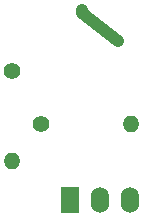
<source format=gbr>
G04 #@! TF.GenerationSoftware,KiCad,Pcbnew,5.0.0*
G04 #@! TF.CreationDate,2018-12-05T22:45:07-02:00*
G04 #@! TF.ProjectId,Soil Moisture Sensor,536F696C204D6F697374757265205365,rev?*
G04 #@! TF.SameCoordinates,PX802e2cfPY72af761*
G04 #@! TF.FileFunction,Copper,L1,Top,Signal*
G04 #@! TF.FilePolarity,Positive*
%FSLAX46Y46*%
G04 Gerber Fmt 4.6, Leading zero omitted, Abs format (unit mm)*
G04 Created by KiCad (PCBNEW 5.0.0) date Wed Dec  5 22:45:07 2018*
%MOMM*%
%LPD*%
G01*
G04 APERTURE LIST*
G04 #@! TA.AperFunction,ComponentPad*
%ADD10O,1.524000X2.197100*%
G04 #@! TD*
G04 #@! TA.AperFunction,ComponentPad*
%ADD11R,1.524000X2.197100*%
G04 #@! TD*
G04 #@! TA.AperFunction,ComponentPad*
%ADD12O,1.400000X1.400000*%
G04 #@! TD*
G04 #@! TA.AperFunction,ComponentPad*
%ADD13C,1.400000*%
G04 #@! TD*
G04 #@! TA.AperFunction,ViaPad*
%ADD14C,1.000000*%
G04 #@! TD*
G04 #@! TA.AperFunction,Conductor*
%ADD15C,1.000000*%
G04 #@! TD*
G04 APERTURE END LIST*
D10*
G04 #@! TO.P,P1,3*
G04 #@! TO.N,GND*
X14290000Y5826200D03*
D11*
G04 #@! TO.P,P1,1*
G04 #@! TO.N,+5V*
X9210000Y5826200D03*
D10*
G04 #@! TO.P,P1,2*
G04 #@! TO.N,SGN*
X11750000Y5826200D03*
G04 #@! TD*
D12*
G04 #@! TO.P,R1,2*
G04 #@! TO.N,SENS1*
X14370000Y12250000D03*
D13*
G04 #@! TO.P,R1,1*
G04 #@! TO.N,Net-(R1-Pad1)*
X6750000Y12250000D03*
G04 #@! TD*
G04 #@! TO.P,R2,1*
G04 #@! TO.N,+5V*
X4250000Y16750000D03*
D12*
G04 #@! TO.P,R2,2*
G04 #@! TO.N,Net-(R1-Pad1)*
X4250000Y9130000D03*
G04 #@! TD*
D14*
G04 #@! TO.N,SENS1*
X10190000Y21860000D03*
X13250000Y19250000D03*
G04 #@! TD*
D15*
G04 #@! TO.N,SENS1*
X10190000Y21659980D02*
X10190000Y21860000D01*
X13250000Y19250000D02*
X10190000Y21659980D01*
G04 #@! TD*
M02*

</source>
